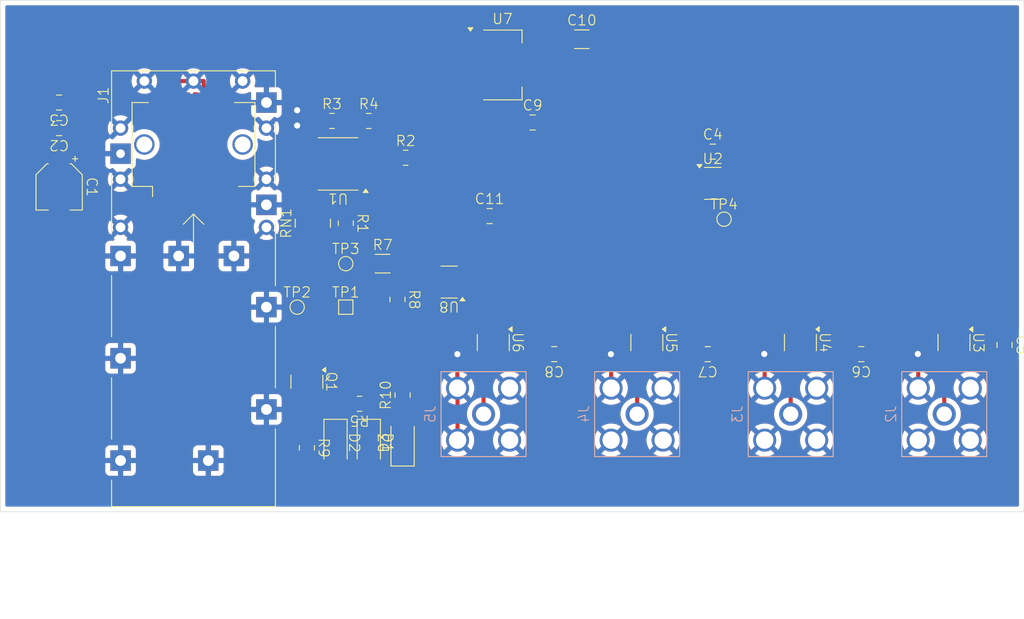
<source format=kicad_pcb>
(kicad_pcb (version 20241229) (generator "pcbnew") (generator_version "9.0")
  (title_block (title "Distribution Amplifier – Project Caroline") (date "2025-04-26") (rev "A") (company "B4CKSP4CE") (comment 1 "CERN-OHL-S") (comment 2 "@heyflo"))
  (layers (0 "F.Cu" signal) (2 "B.Cu" signal) (25 "Edge.Cuts" user))
  (net 0 "")
  (net 1 "GND")
  (net 3 "Net-(J1-RATE_SELECT)")
  (net 4 "/SFP_RD+")
  (net 6 "Net-(J1-MOD_DEF0)")
  (net 7 "Net-(J1-MOD_DEF2)")
  (net 9 "/SFP_RD-")
  (net 11 "Net-(J1-MOD_DEF1)")
  (net 13 "/SFP_LOS")
  (net 14 "Net-(U1-DE)")
  (net 16 "Net-(J2-In)")
  (net 17 "Net-(J3-In)")
  (net 18 "Net-(J4-In)")
  (net 19 "Net-(J5-In)")
  (net 21 "/REF_CLK")
  (net 26 "VIN")
  (net 27 "+3V3")
  (net 28 "Net-(D2-A)")
  (net 29 "Net-(D3-A)")
  (net 30 "Net-(Q1-G)")
  (net 32 "Net-(R10-Pad2)")
  (net 33 "Net-(Q1-D)")
  (net 34 "Net-(D1-K)")
  (net 36 "/LVDS_CLK")
  (footprint "Package_TO_SOT_SMD:SOT-23-5" (layer "F.Cu") (at 148.16 83.46 -90)
    (property "Reference" "U6")
    (property "Value" "74LVC1G34")
  )
  (footprint "Resistor_SMD:R_0805_2012Metric" (layer "F.Cu") (at 136 61.8)
    (property "Reference" "R4")
    (property "Value" "100K")
  )
  (footprint "Package_TO_SOT_SMD:SOT-23-5" (layer "F.Cu") (at 193.16 83.46 -90)
    (property "Reference" "U3")
    (property "Value" "74LVC1G34")
  )
  (footprint "TestPoint:TestPoint_Pad_1.0x1.0mm" (layer "F.Cu") (at 133.75 80)
    (property "Reference" "TP1")
    (property "Value" "SFP_SDA")
  )
  (footprint "Package_TO_SOT_SMD:SOT-23-5" (layer "F.Cu") (at 178.16 83.46 -90)
    (property "Reference" "U4")
    (property "Value" "74LVC1G34")
  )
  (footprint "Package_TO_SOT_SMD:SOT-23-5" (layer "F.Cu") (at 143.85 77.55 180)
    (property "Reference" "U8")
    (property "Value" "74LVC1G34")
  )
  (footprint "Resistor_SMD:R_0805_2012Metric" (layer "F.Cu") (at 135.1 89.45 180)
    (property "Reference" "R5")
    (property "Value" "470R")
  )
  (footprint "Capacitor_SMD:C_0805_2012Metric" (layer "F.Cu") (at 154.109999 84.5975 180)
    (property "Reference" "C8")
    (property "Value" "0.1uF 6.3V")
  )
  (footprint "Package_TO_SOT_SMD:SOT-223-3_TabPin2" (layer "F.Cu") (at 149.06 56.325)
    (property "Reference" "U7")
    (property "Value" "LT1117-3.3")
  )
  (footprint "Capacitor_SMD:C_0805_2012Metric" (layer "F.Cu") (at 105.75 62.5 180)
    (property "Reference" "C2")
    (property "Value" "0.1uF 6.3V")
  )
  (footprint "BKSP:Connector_SFP_Cage_NoKeepout" (layer "F.Cu") (at 118.875 57.9 90)
    (property "Reference" "J1")
    (property "Value" "SFP")
  )
  (footprint "Package_SO:SOIC-8_3.9x4.9mm_P1.27mm" (layer "F.Cu") (at 133 66 180)
    (property "Reference" "U1")
    (property "Value" "SN65MLVD200AD")
  )
  (footprint "Resistor_SMD:R_0805_2012Metric" (layer "F.Cu") (at 129.95 93.75 -90)
    (property "Reference" "R9")
    (property "Value" "470R")
  )
  (footprint "Capacitor_SMD:C_0805_2012Metric" (layer "F.Cu") (at 147.8 71.1)
    (property "Reference" "C11")
    (property "Value" "0.1uF 6.3V")
  )
  (footprint "Resistor_SMD:R_0805_2012Metric" (layer "F.Cu") (at 139.6 65.4)
    (property "Reference" "R2")
    (property "Value" "4K7")
  )
  (footprint "Capacitor_SMD:C_0805_2012Metric" (layer "F.Cu") (at 198.1 83.7 -90)
    (property "Reference" "C5")
    (property "Value" "0.1uF 6.3V")
  )
  (footprint "Resistor_SMD:R_1206_3216Metric" (layer "F.Cu") (at 137.35 75.75)
    (property "Reference" "R7")
    (property "Value" "1K")
  )
  (footprint "Capacitor_SMD:CP_Elec_4x3" (layer "F.Cu") (at 105.75 68.25 -90)
    (property "Reference" "C1")
    (property "Value" "10uF 6.3V")
  )
  (footprint "LED_SMD:LED_1206_3216Metric" (layer "F.Cu") (at 139.3 93.25 90)
    (property "Reference" "D3")
    (property "Value" "Green")
  )
  (footprint "Resistor_SMD:R_0805_2012Metric" (layer "F.Cu") (at 139.3 88.6 90)
    (property "Reference" "R10")
    (property "Value" "470R")
  )
  (footprint "LED_SMD:LED_1206_3216Metric" (layer "F.Cu") (at 132.75 93.25 -90)
    (property "Reference" "D2")
    (property "Value" "Blue")
  )
  (footprint "Capacitor_SMD:C_0805_2012Metric" (layer "F.Cu") (at 169.6 64.8)
    (property "Reference" "C4")
    (property "Value" "0.1uF 6.3V")
  )
  (footprint "TestPoint:TestPoint_Pad_D1.0mm" (layer "F.Cu") (at 129 80)
    (property "Reference" "TP2")
    (property "Value" "SFP_SCL")
  )
  (footprint "Capacitor_SMD:C_0805_2012Metric" (layer "F.Cu") (at 184.11 84.5975 180)
    (property "Reference" "C6")
    (property "Value" "0.1uF 6.3V")
  )
  (footprint "TestPoint:TestPoint_Pad_D1.0mm" (layer "F.Cu") (at 133.75 75.75)
    (property "Reference" "TP3")
    (property "Value" "SFP_LOS")
  )
  (footprint "Resistor_SMD:R_0805_2012Metric" (layer "F.Cu") (at 138.8 79.25 -90)
    (property "Reference" "R8")
    (property "Value" "10K")
  )
  (footprint "Resistor_SMD:R_Array_Concave_4x0603" (layer "F.Cu") (at 130.53 71.8 90)
    (property "Reference" "RN1")
    (property "Value" "CAT16-472J4")
  )
  (footprint "Resistor_SMD:R_0805_2012Metric" (layer "F.Cu") (at 132.4 61.8)
    (property "Reference" "R3")
    (property "Value" "100R")
  )
  (footprint "Capacitor_SMD:C_0805_2012Metric" (layer "F.Cu") (at 105.75 60 180)
    (property "Reference" "C3")
    (property "Value" "0.1uF 6.3V")
  )
  (footprint "Package_TO_SOT_SMD:SOT-23-5" (layer "F.Cu") (at 169.6 67.9)
    (property "Reference" "U2")
    (property "Value" "74LVC1G34")
  )
  (footprint "TestPoint:TestPoint_Pad_D1.0mm" (layer "F.Cu") (at 170.7 71.4)
    (property "Reference" "TP4")
    (property "Value" "REF_CLK")
  )
  (footprint "Package_TO_SOT_SMD:SOT-23" (layer "F.Cu") (at 129.95 87.3 -90)
    (property "Reference" "Q1")
    (property "Value" "AO3401A")
  )
  (footprint "LED_SMD:LED_1206_3216Metric" (layer "F.Cu") (at 136 93.25 -90)
    (property "Reference" "D1")
    (property "Value" "Amber")
  )
  (footprint "Package_TO_SOT_SMD:SOT-23-5" (layer "F.Cu") (at 163.16 83.46 -90)
    (property "Reference" "U5")
    (property "Value" "74LVC1G34")
  )
  (footprint "Capacitor_SMD:C_0805_2012Metric" (layer "F.Cu") (at 169.11 84.5975 180)
    (property "Reference" "C7")
    (property "Value" "0.1uF 6.3V")
  )
  (footprint "Capacitor_SMD:C_1206_3216Metric" (layer "F.Cu") (at 156.81 53.81)
    (property "Reference" "C10")
    (property "Value" "22uF 25V")
  )
  (footprint "Resistor_SMD:R_0805_2012Metric" (layer "F.Cu") (at 133.75 71.8 -90)
    (property "Reference" "R1")
    (property "Value" "4K7")
  )
  (footprint "Capacitor_SMD:C_0805_2012Metric" (layer "F.Cu") (at 152 61.95)
    (property "Reference" "C9")
    (property "Value" "0.22uF 16V")
  )
  (footprint "Connector_Coaxial:SMA_Amphenol_132203-12_Horizontal" (layer "B.Cu") (at 147.21 90.46)
    (property "Reference" "J5")
    (property "Value" "OUT_1")
  )
  (footprint "Connector_Coaxial:SMA_Amphenol_132203-12_Horizontal" (layer "B.Cu") (at 177.21 90.46)
    (property "Reference" "J3")
    (property "Value" "OUT_3")
  )
  (footprint "Connector_Coaxial:SMA_Amphenol_132203-12_Horizontal" (layer "B.Cu") (at 192.21 90.46)
    (property "Reference" "J2")
    (property "Value" "OUT_4")
  )
  (footprint "Connector_Coaxial:SMA_Amphenol_132203-12_Horizontal" (layer "B.Cu") (at 162.21 90.46)
    (property "Reference" "J4")
    (property "Value" "OUT_2")
  )
  (gr_rect (start 100 50) (end 200 100) (stroke (width 0.05)) (fill no) (layer "Edge.Cuts"))
  (segment (start 132.75 91.85) (end 134.15 93.25) (width 0.4) (layer "F.Cu") (net 1))
  (segment (start 189.65 87.9) (end 189.67 87.88) (width 0.4) (layer "F.Cu") (net 1))
  (segment (start 128.25 60) (end 126 60) (width 0.4) (layer "F.Cu") (net 1))
  (segment (start 118.875 57.9) (end 119.875 57.9) (width 0.4) (layer "F.Cu") (net 1))
  (segment (start 121.875 68.2) (end 122.675 68.2) (width 0.4) (layer "F.Cu") (net 1))
  (segment (start 159.67 84.62) (end 159.65 84.6) (width 0.4) (layer "F.Cu") (net 1))
  (segment (start 189.63 84.58) (end 189.63 83.08) (width 0.4) (layer "F.Cu") (net 1))
  (segment (start 117.475 57.9) (end 118.875 57.9) (width 0.4) (layer "F.Cu") (net 1))
  (segment (start 190.4075 82.3025) (end 192.19 82.3025) (width 0.4) (layer "F.Cu") (net 1))
  (segment (start 132.75 90) (end 132.75 91.85) (width 0.4) (layer "F.Cu") (net 1))
  (segment (start 189.67 84.62) (end 189.63 84.58) (width 0.4) (layer "F.Cu") (net 1))
  (segment (start 115.075 60) (end 115.075 58.9) (width 0.4) (layer "F.Cu") (net 1))
  (segment (start 134.1875 89.45) (end 133.3 89.45) (width 0.4) (layer "F.Cu") (net 1))
  (segment (start 144.65 84.6) (end 144.65 83.15) (width 0.4) (layer "F.Cu") (net 1))
  (segment (start 159.65 83.1) (end 160.4275 82.3225) (width 0.4) (layer "F.Cu") (net 1))
  (segment (start 115.075 58.9) (end 114.075 57.9) (width 0.4) (layer "F.Cu") (net 1))
  (segment (start 133.3 89.45) (end 132.75 90) (width 0.4) (layer "F.Cu") (net 1))
  (segment (start 117.475 60) (end 117.475 57.9) (width 0.4) (layer "F.Cu") (net 1))
  (segment (start 174.63 84.58) (end 174.63 83.08) (width 0.4) (layer "F.Cu") (net 1))
  (segment (start 130.525 63.025) (end 130.525 64.095) (width 0.4) (layer "F.Cu") (net 1))
  (segment (start 145.4775 82.3225) (end 147.210001 82.3225) (width 0.4) (layer "F.Cu") (net 1))
  (segment (start 129 62.25) (end 129.75 62.25) (width 0.4) (layer "F.Cu") (net 1))
  (segment (start 144.65 87.9) (end 144.67 87.92) (width 0.4) (layer "F.Cu") (net 1))
  (segment (start 159.65 84.6) (end 159.65 83.1) (width 0.4) (layer "F.Cu") (net 1))
  (segment (start 122.675 68.2) (end 126.78 64.095) (width 0.4) (layer "F.Cu") (net 1))
  (segment (start 159.67 87.92) (end 159.67 84.62) (width 0.4) (layer "F.Cu") (net 1))
  (segment (start 175.4075 82.3025) (end 177.19 82.3025) (width 0.4) (layer "F.Cu") (net 1))
  (segment (start 129 62.25) (end 129 60.75) (width 0.4) (layer "F.Cu") (net 1))
  (segment (start 144.67 93) (end 144.67 87.92) (width 0.4) (layer "F.Cu") (net 1))
  (segment (start 126.78 64.095) (end 130.525 64.095) (width 0.4) (layer "F.Cu") (net 1))
  (segment (start 189.63 83.08) (end 190.4075 82.3025) (width 0.4) (layer "F.Cu") (net 1))
  (segment (start 160.4275 82.3225) (end 162.21 82.3225) (width 0.4) (layer "F.Cu") (net 1))
  (segment (start 134.15 93.25) (end 137.9 93.25) (width 0.4) (layer "F.Cu") (net 1))
  (segment (start 119.875 57.9) (end 119.875 60) (width 0.4) (layer "F.Cu") (net 1))
  (segment (start 174.65 87.9) (end 174.67 87.88) (width 0.4) (layer "F.Cu") (net 1))
  (segment (start 144.65 83.15) (end 145.4775 82.3225) (width 0.4) (layer "F.Cu") (net 1))
  (segment (start 174.63 83.08) (end 175.4075 82.3025) (width 0.4) (layer "F.Cu") (net 1))
  (segment (start 139.3 94.65) (end 143.02 94.65) (width 0.4) (layer "F.Cu") (net 1))
  (segment (start 174.67 87.88) (end 174.67 84.62) (width 0.4) (layer "F.Cu") (net 1))
  (segment (start 143.02 94.65) (end 144.67 93) (width 0.4) (layer "F.Cu") (net 1))
  (segment (start 137.9 93.25) (end 139.3 94.65) (width 0.4) (layer "F.Cu") (net 1))
  (segment (start 144.65 84.6) (end 144.65 87.9) (width 0.4) (layer "F.Cu") (net 1))
  (segment (start 129 60.75) (end 128.25 60) (width 0.4) (layer "F.Cu") (net 1))
  (segment (start 122.275 60) (end 126 60) (width 0.4) (layer "F.Cu") (net 1))
  (segment (start 174.67 84.62) (end 174.63 84.58) (width 0.4) (layer "F.Cu") (net 1))
  (segment (start 189.67 87.88) (end 189.67 84.62) (width 0.4) (layer "F.Cu") (net 1))
  (segment (start 129.75 62.25) (end 130.525 63.025) (width 0.4) (layer "F.Cu") (net 1))
  (via (at 144.65 84.6) (size 1.2) (drill 0.6) (layers "F.Cu" "B.Cu") (net 1))
  (via (at 159.65 84.6) (size 1.2) (drill 0.6) (layers "F.Cu" "B.Cu") (net 1))
  (via (at 129 60.75) (size 1.2) (drill 0.6) (layers "F.Cu" "B.Cu") (net 1))
  (via (at 174.63 84.58) (size 1.2) (drill 0.6) (layers "F.Cu" "B.Cu") (net 1))
  (via (at 129 62.25) (size 1.2) (drill 0.6) (layers "F.Cu" "B.Cu") (net 1))
  (via (at 189.63 84.58) (size 1.2) (drill 0.6) (layers "F.Cu" "B.Cu") (net 1))
  (segment (start 129.33 74.428636) (end 129.33 72.65) (width 0.4) (layer "F.Cu") (net 3))
  (segment (start 126.709636 77.049) (end 129.33 74.428636) (width 0.4) (layer "F.Cu") (net 3))
  (segment (start 120.540365 77.049) (end 126.709636 77.049) (width 0.4) (layer "F.Cu") (net 3))
  (segment (start 120.275 76.783635) (end 120.540365 77.049) (width 0.4) (layer "F.Cu") (net 3))
  (segment (start 120.275 68.2) (end 120.275 76.783635) (width 0.4) (layer "F.Cu") (net 3))
  (segment (start 120.967893 56.290743) (end 122.165743 55.092893) (width 0.4) (layer "F.Cu") (net 4))
  (segment (start 133.3125 61.8) (end 135.0875 61.8) (width 0.4) (layer "F.Cu") (net 4))
  (segment (start 130.525 66.635) (end 132 66.635) (width 0.4) (layer "F.Cu") (net 4))
  (segment (start 120.675 60) (end 120.675 56.99785) (width 0.4) (layer "F.Cu") (net 4))
  (segment (start 133 65.635) (end 133 60.514214) (width 0.4) (layer "F.Cu") (net 4))
  (segment (start 132.707107 59.807107) (end 127.992893 55.092893) (width 0.4) (layer "F.Cu") (net 4))
  (segment (start 122.87285 54.8) (end 127.285786 54.8) (width 0.4) (layer "F.Cu") (net 4))
  (arc (start 122.87285 54.8) (mid 122.490167 54.87612) (end 122.165743 55.092893) (width 0.4) (layer "F.Cu") (net 4))
  (arc (start 127.285786 54.8) (mid 127.668469 54.87612) (end 127.992893 55.092893) (width 0.4) (layer "F.Cu") (net 4))
  (arc (start 133 65.635) (mid 132.707107 66.342107) (end 132 66.635) (width 0.4) (layer "F.Cu") (net 4))
  (arc (start 120.675 56.99785) (mid 120.75112 56.615167) (end 120.967893 56.290743) (width 0.4) (layer "F.Cu") (net 4))
  (arc (start 133 60.514214) (mid 132.92388 60.131531) (end 132.707107 59.807107) (width 0.4) (layer "F.Cu") (net 4))
  (segment (start 119.475 68.2) (end 119.475 76.974999) (width 0.4) (layer "F.Cu") (net 6))
  (segment (start 119.475 76.974999) (end 120.250001 77.75) (width 0.4) (layer "F.Cu") (net 6))
  (segment (start 130.13 74.62) (end 130.13 72.65) (width 0.4) (layer "F.Cu") (net 6))
  (segment (start 120.250001 77.75) (end 127 77.75) (width 0.4) (layer "F.Cu") (net 6))
  (segment (start 127 77.75) (end 130.13 74.62) (width 0.4) (layer "F.Cu") (net 6))
  (segment (start 130.5 82.75) (end 131.73 81.52) (width 0.4) (layer "F.Cu") (net 7))
  (segment (start 131.73 80) (end 133.75 80) (width 0.4) (layer "F.Cu") (net 7))
  (segment (start 117.875 68.2) (end 117.875 69.675) (width 0.4) (layer "F.Cu") (net 7))
  (segment (start 116.241364 82.75) (end 130.5 82.75) (width 0.4) (layer "F.Cu") (net 7))
  (segment (start 114.2 73.35) (end 114.2 80.708636) (width 0.4) (layer "F.Cu") (net 7))
  (segment (start 114.2 80.708636) (end 116.241364 82.75) (width 0.4) (layer "F.Cu") (net 7))
  (segment (start 117.875 69.675) (end 114.2 73.35) (width 0.4) (layer "F.Cu") (net 7))
  (segment (start 131.73 81.52) (end 131.73 72.65) (width 0.4) (layer "F.Cu") (net 7))
  (segment (start 130.5 59.7) (end 131.55 60.75) (width 0.4) (layer "F.Cu") (net 9))
  (segment (start 126.692893 55.892893) (end 126.888305 56.088305) (width 0.4) (layer "F.Cu") (net 9))
  (segment (start 132.051 61.665214) (end 132.051 64.865) (width 0.4) (layer "F.Cu") (net 9))
  (segment (start 129.281522 58.050857) (end 129.066188 58.266188) (width 0.4) (layer "F.Cu") (net 9))
  (segment (start 121.767893 56.482107) (end 122.357107 55.892893) (width 0.4) (layer "F.Cu") (net 9))
  (segment (start 127.581268 56.781268) (end 127.796564 56.565969) (width 0.4) (layer "F.Cu") (net 9))
  (segment (start 127.581268 56.781267) (end 127.581268 56.781268) (width 0.4) (layer "F.Cu") (net 9))
  (segment (start 131.55 60.75) (end 131.758107 60.958107) (width 0.4) (layer "F.Cu") (net 9))
  (segment (start 121.475 60) (end 121.475 57.189214) (width 0.4) (layer "F.Cu") (net 9))
  (segment (start 129.066189 58.266189) (end 128.868199 58.464178) (width 0.4) (layer "F.Cu") (net 9))
  (segment (start 127.189172 57.173364) (end 127.383278 56.979257) (width 0.4) (layer "F.Cu") (net 9))
  (segment (start 123.064214 55.6) (end 125.985786 55.6) (width 0.4) (layer "F.Cu") (net 9))
  (segment (start 128.571215 57.771215) (end 128.786546 57.555881) (width 0.4) (layer "F.Cu") (net 9))
  (segment (start 129.858147 59.058147) (end 130.5 59.7) (width 0.4) (layer "F.Cu") (net 9))
  (segment (start 128.674092 59.054265) (end 128.773086 59.153259) (width 0.4) (layer "F.Cu") (net 9))
  (segment (start 128.868199 58.464178) (end 128.674092 58.658285) (width 0.4) (layer "F.Cu") (net 9))
  (segment (start 128.192546 56.565971) (end 128.29154 56.664965) (width 0.4) (layer "F.Cu") (net 9))
  (segment (start 131.551 65.365) (end 131.225522 65.365) (width 0.4) (layer "F.Cu") (net 9))
  (segment (start 128.179119 58.163312) (end 128.571215 57.771215) (width 0.4) (layer "F.Cu") (net 9))
  (segment (start 127.684145 58.064318) (end 127.783139 58.163312) (width 0.4) (layer "F.Cu") (net 9))
  (segment (start 129.066188 58.266188) (end 129.066189 58.266189) (width 0.4) (layer "F.Cu") (net 9))
  (segment (start 128.076241 57.276241) (end 128.076242 57.276242) (width 0.4) (layer "F.Cu") (net 9))
  (segment (start 128.29154 57.060945) (end 128.076241 57.276241) (width 0.4) (layer "F.Cu") (net 9))
  (segment (start 129.169066 59.153259) (end 129.363172 58.959152) (width 0.4) (layer "F.Cu") (net 9))
  (segment (start 128.076242 57.276242) (end 127.684145 57.668338) (width 0.4) (layer "F.Cu") (net 9))
  (segment (start 126.888305 56.484284) (end 126.694198 56.67839) (width 0.4) (layer "F.Cu") (net 9))
  (segment (start 129.759152 58.959152) (end 129.858147 59.058147) (width 0.4) (layer "F.Cu") (net 9))
  (segment (start 127.383278 56.979257) (end 127.581268 56.781267) (width 0.4) (layer "F.Cu") (net 9))
  (segment (start 126.694198 57.07437) (end 126.793192 57.173364) (width 0.4) (layer "F.Cu") (net 9))
  (segment (start 129.182528 57.555883) (end 129.281522 57.654877) (width 0.4) (layer "F.Cu") (net 9))
  (arc (start 127.796564 56.565969) (mid 127.994556 56.483961) (end 128.192546 56.565971) (width 0.4) (layer "F.Cu") (net 9))
  (arc (start 128.786546 57.555881) (mid 128.984538 57.473873) (end 129.182528 57.555883) (width 0.4) (layer "F.Cu") (net 9))
  (arc (start 128.674092 58.658285) (mid 128.592082 58.856275) (end 128.674092 59.054265) (width 0.4) (layer "F.Cu") (net 9))
  (arc (start 127.783139 58.163312) (mid 127.981129 58.245322) (end 128.179119 58.163312) (width 0.4) (layer "F.Cu") (net 9))
  (arc (start 128.773086 59.153259) (mid 128.971076 59.235269) (end 129.169066 59.153259) (width 0.4) (layer "F.Cu") (net 9))
  (arc (start 128.29154 56.664965) (mid 128.37355 56.862955) (end 128.29154 57.060945) (width 0.4) (layer "F.Cu") (net 9))
  (arc (start 127.684145 57.668338) (mid 127.602135 57.866328) (end 127.684145 58.064318) (width 0.4) (layer "F.Cu") (net 9))
  (arc (start 125.985786 55.6) (mid 126.36847 55.67612) (end 126.692893 55.892893) (width 0.4) (layer "F.Cu") (net 9))
  (arc (start 126.793192 57.173364) (mid 126.991182 57.255374) (end 127.189172 57.173364) (width 0.4) (layer "F.Cu") (net 9))
  (arc (start 131.758107 60.958107) (mid 131.97488 61.282531) (end 132.051 61.665214) (width 0.4) (layer "F.Cu") (net 9))
  (arc (start 129.281522 57.654877) (mid 129.363532 57.852867) (end 129.281522 58.050857) (width 0.4) (layer "F.Cu") (net 9))
  (arc (start 122.357107 55.892893) (mid 122.68153 55.67612) (end 123.064214 55.6) (width 0.4) (layer "F.Cu") (net 9))
  (arc (start 126.694198 56.67839) (mid 126.612188 56.87638) (end 126.694198 57.07437) (width 0.4) (layer "F.Cu") (net 9))
  (arc (start 129.363172 58.959152) (mid 129.561162 58.877142) (end 129.759152 58.959152) (width 0.4) (layer "F.Cu") (net 9))
  (arc (start 126.888305 56.088305) (mid 126.970314 56.286295) (end 126.888305 56.484284) (width 0.4) (layer "F.Cu") (net 9))
  (arc (start 121.475 57.189214) (mid 121.55112 56.80653) (end 121.767893 56.482107) (width 0.4) (layer "F.Cu") (net 9))
  (arc (start 132.051 64.865) (mid 131.904553 65.218553) (end 131.551 65.365) (width 0.4) (layer "F.Cu") (net 9))
  (segment (start 118.675 70.125) (end 114.95 73.85) (width 0.4) (layer "F.Cu") (net 11))
  (segment (start 130.93 81.32) (end 130.93 72.65) (width 0.4) (layer "F.Cu") (net 11))
  (segment (start 118.675 68.2) (end 118.675 70.125) (width 0.4) (layer "F.Cu") (net 11))
  (segment (start 114.95 73.85) (end 114.95 80.467272) (width 0.4) (layer "F.Cu") (net 11))
  (segment (start 130.25 82) (end 130.93 81.32) (width 0.4) (layer "F.Cu") (net 11))
  (segment (start 114.95 80.467272) (end 116.482728 82) (width 0.4) (layer "F.Cu") (net 11))
  (segment (start 116.482728 82) (end 130.25 82) (width 0.4) (layer "F.Cu") (net 11))
  (segment (start 129 80) (end 130.93 80) (width 0.4) (layer "F.Cu") (net 11))
  (segment (start 133.5 75.75) (end 135.8875 75.75) (width 0.4) (layer "F.Cu") (net 13))
  (segment (start 134.149 83.451) (end 135.8875 81.7125) (width 0.4) (layer "F.Cu") (net 13))
  (segment (start 115.951 83.451) (end 134.149 83.451) (width 0.4) (layer "F.Cu") (net 13))
  (segment (start 135.2125 72.7125) (end 133.75 72.7125) (width 0.4) (layer "F.Cu") (net 13))
  (segment (start 135.8875 73.3875) (end 135.2125 72.7125) (width 0.4) (layer "F.Cu") (net 13))
  (segment (start 110 61) (end 109.25 61.75) (width 0.4) (layer "F.Cu") (net 13))
  (segment (start 113.008636 61) (end 110 61) (width 0.4) (layer "F.Cu") (net 13))
  (segment (start 109.25 76.75) (end 115.951 83.451) (width 0.4) (layer "F.Cu") (net 13))
  (segment (start 109.25 61.75) (end 109.25 76.75) (width 0.4) (layer "F.Cu") (net 13))
  (segment (start 135.8875 81.7125) (end 135.8875 73.3875) (width 0.4) (layer "F.Cu") (net 13))
  (segment (start 121.075 68.2) (end 121.075 64.825) (width 0.4) (layer "F.Cu") (net 13))
  (segment (start 121.075 64.825) (end 118.701 62.451) (width 0.4) (layer "F.Cu") (net 13))
  (segment (start 118.701 62.451) (end 114.459636 62.451) (width 0.4) (layer "F.Cu") (net 13))
  (segment (start 114.459636 62.451) (end 113.008636 61) (width 0.4) (layer "F.Cu") (net 13))
  (segment (start 135.475 65.365) (end 138.6525 65.365) (width 0.4) (layer "F.Cu") (net 14))
  (segment (start 138.6525 65.365) (end 138.6875 65.4) (width 0.4) (layer "F.Cu") (net 14))
  (segment (start 135.475 66.635) (end 135.475 65.365) (width 0.4) (layer "F.Cu") (net 14))
  (segment (start 192.21 90.46) (end 192.21 84.597499) (width 0.4) (layer "F.Cu") (net 16))
  (segment (start 177.21 90.46) (end 177.21 84.5975) (width 0.4) (layer "F.Cu") (net 17))
  (segment (start 162.21 90.46) (end 162.21 84.5975) (width 0.4) (layer "F.Cu") (net 18))
  (segment (start 147.21 90.46) (end 147.210001 84.597499) (width 0.4) (layer "F.Cu") (net 19))
  (segment (start 163.804265 78.295738) (end 163.705269 78.394732) (width 0.4) (layer "F.Cu") (net 21))
  (segment (start 173.372165 75.389634) (end 173.471159 75.488628) (width 0.4) (layer "F.Cu") (net 21))
  (segment (start 168.75402 72.95) (end 168.492437 72.688417) (width 0.4) (layer "F.Cu") (net 21))
  (segment (start 168.421639 74.597521) (end 167.96206 74.137942) (width 0.4) (layer "F.Cu") (net 21))
  (segment (start 170.7 71.4) (end 169.15 72.95) (width 0.4) (layer "F.Cu") (net 21))
  (segment (start 174.29363 74.072193) (end 173.83291 74.53291) (width 0.4) (layer "F.Cu") (net 21))
  (segment (start 164.037652 77.143188) (end 164.497231 77.602767) (width 0.4) (layer "F.Cu") (net 21))
  (segment (start 172.842964 73.542964) (end 172.382219 74.003708) (width 0.4) (layer "F.Cu") (net 21))
  (segment (start 166.116556 74.668319) (end 166.017561 74.767313) (width 0.4) (layer "F.Cu") (net 21))
  (segment (start 177.594706 78.294706) (end 178.16 78.86) (width 0.4) (layer "F.Cu") (net 21))
  (segment (start 177.164445 76.547086) (end 177.263439 76.64608) (width 0.4) (layer "F.Cu") (net 21))
  (segment (start 173.337937 74.037937) (end 173.798654 73.577217) (width 0.4) (layer "F.Cu") (net 21))
  (segment (start 176.174528 75.557111) (end 176.273522 75.656105) (width 0.4) (layer "F.Cu") (net 21))
  (segment (start 164.136647 76.648214) (end 164.037652 76.747208) (width 0.4) (layer "F.Cu") (net 21))
  (segment (start 165.126637 75.658303) (end 165.027642 75.757297) (width 0.4) (layer "F.Cu") (net 21))
  (segment (start 164.497231 77.602767) (end 164.497231 77.602769) (width 0.4) (layer "F.Cu") (net 21))
  (segment (start 174.327883 75.027883) (end 174.788639 74.567124) (width 0.4) (layer "F.Cu") (net 21))
  (segment (start 177.495711 78.195711) (end 177.594706 78.294706) (width 0.4) (layer "F.Cu") (net 21))
  (segment (start 166.017561 75.163293) (end 166.477133 75.622865) (width 0.4) (layer "F.Cu") (net 21))
  (segment (start 156.215 71.4) (end 170.7 71.4) (width 0.4) (layer "F.Cu") (net 21))
  (segment (start 164.992206 77.107797) (end 164.992206 77.107794) (width 0.4) (layer "F.Cu") (net 21))
  (segment (start 168.457035 73.642965) (end 168.916615 74.102545) (width 0.4) (layer "F.Cu") (net 21))
  (segment (start 170.7 71.4) (end 185.28 71.4) (width 0.4) (layer "F.Cu") (net 21))
  (segment (start 177.263439 77.04206) (end 176.802748 77.502748) (width 0.4) (layer "F.Cu") (net 21))
  (segment (start 170.7 71.4) (end 170.7 68.8875) (width 0.4) (layer "F.Cu") (net 21))
  (segment (start 175.317829 76.017829) (end 175.778546 75.557109) (width 0.4) (layer "F.Cu") (net 21))
  (segment (start 167.431651 75.587438) (end 166.972108 75.127895) (width 0.4) (layer "F.Cu") (net 21))
  (segment (start 173.040953 73.344974) (end 172.842963 73.542964) (width 0.4) (layer "F.Cu") (net 21))
  (segment (start 173.30372 73.082206) (end 173.040953 73.344974) (width 0.4) (layer "F.Cu") (net 21))
  (segment (start 168.916614 74.498525) (end 168.817619 74.597521) (width 0.4) (layer "F.Cu") (net 21))
  (segment (start 172.877193 74.498682) (end 173.337937 74.037937) (width 0.4) (layer "F.Cu") (net 21))
  (segment (start 165.487181 76.612816) (end 165.487182 76.612818) (width 0.4) (layer "F.Cu") (net 21))
  (segment (start 148.16 82.3225) (end 148.16 79.455) (width 0.4) (layer "F.Cu") (net 21))
  (segment (start 167.467083 74.632914) (end 167.467084 74.632916) (width 0.4) (layer "F.Cu") (net 21))
  (segment (start 163.16 80.715553) (end 163.16 82.3225) (width 0.4) (layer "F.Cu") (net 21))
  (segment (start 167.96206 74.137942) (end 167.962059 74.137941) (width 0.4) (layer "F.Cu") (net 21))
  (segment (start 165.946723 77.468339) (end 165.847726 77.567337) (width 0.4) (layer "F.Cu") (net 21))
  (segment (start 167.962059 74.137941) (end 167.502519 73.678401) (width 0.4) (layer "F.Cu") (net 21))
  (segment (start 174.362137 76.379554) (end 174.461131 76.478548) (width 0.4) (layer "F.Cu") (net 21))
  (segment (start 170.7 71.4) (end 172.15 72.85) (width 0.4) (layer "F.Cu") (net 21))
  (segment (start 173.867139 75.488628) (end 174.327883 75.027883) (width 0.4) (layer "F.Cu") (net 21))
  (segment (start 167.106539 73.678401) (end 167.007544 73.777395) (width 0.4) (layer "F.Cu") (net 21))
  (segment (start 173.204726 72.587232) (end 173.30372 72.686226) (width 0.4) (layer "F.Cu") (net 21))
  (segment (start 170.7 68.8875) (end 170.7375 68.85) (width 0.4) (layer "F.Cu") (net 21))
  (segment (start 163.705269 78.394732) (end 163.16 78.94) (width 0.4) (layer "F.Cu") (net 21))
  (segment (start 164.461845 78.557338) (end 164.200245 78.295738) (width 0.4) (layer "F.Cu") (net 21))
  (segment (start 172.54598 72.850001) (end 172.808746 72.587232) (width 0.4) (layer "F.Cu") (net 21))
  (segment (start 167.997462 73.183392) (end 168.259044 73.444974) (width 0.4) (layer "F.Cu") (net 21))
  (segment (start 164.992206 77.107794) (end 164.532626 76.648214) (width 0.4) (layer "F.Cu") (net 21))
  (segment (start 178.16 79.253015) (end 178.16 82.3225) (width 0.4) (layer "F.Cu") (net 21))
  (segment (start 174.194636 73.577219) (end 174.29363 73.676213) (width 0.4) (layer "F.Cu") (net 21))
  (segment (start 167.467084 74.632916) (end 167.926628 75.09246) (width 0.4) (layer "F.Cu") (net 21))
  (segment (start 165.451746 77.567337) (end 164.992206 77.107797) (width 0.4) (layer "F.Cu") (net 21))
  (segment (start 165.982157 76.117843) (end 165.522617 75.658303) (width 0.4) (layer "F.Cu") (net 21))
  (segment (start 173.83291 74.53291) (end 173.372165 74.993654) (width 0.4) (layer "F.Cu") (net 21))
  (segment (start 165.982157 76.117846) (end 165.982157 76.117843) (width 0.4) (layer "F.Cu") (net 21))
  (segment (start 163.16 78.94) (end 163.16 80.715553) (width 0.4) (layer "F.Cu") (net 21))
  (segment (start 176.604758 77.700737) (end 176.342003 77.963492) (width 0.4) (layer "F.Cu") (net 21))
  (segment (start 175.812802 76.512802) (end 175.352071 76.973532) (width 0.4) (layer "F.Cu") (net 21))
  (segment (start 166.477133 75.622867) (end 166.936725 76.082459) (width 0.4) (layer "F.Cu") (net 21))
  (segment (start 167.926628 75.48844) (end 167.827631 75.587438) (width 0.4) (layer "F.Cu") (net 21))
  (segment (start 175.847045 77.468506) (end 176.307775 77.007775) (width 0.4) (layer "F.Cu") (net 21))
  (segment (start 164.695221 77.800759) (end 164.956822 78.06236) (width 0.4) (layer "F.Cu") (net 21))
  (segment (start 175.352071 77.369512) (end 175.451065 77.468506) (width 0.4) (layer "F.Cu") (net 21))
  (segment (start 174.822856 75.522856) (end 174.362137 75.983574) (width 0.4) (layer "F.Cu") (net 21))
  (segment (start 164.956822 78.45834) (end 164.857825 78.557338) (width 0.4) (layer "F.Cu") (net 21))
  (segment (start 174.822856 75.522857) (end 174.822856 75.522856) (width 0.4) (layer "F.Cu") (net 21))
  (segment (start 167.007544 74.173375) (end 167.467083 74.632914) (width 0.4) (layer "F.Cu") (net 21))
  (segment (start 176.307775 77.007775) (end 176.768463 76.547084) (width 0.4) (layer "F.Cu") (net 21))
  (segment (start 166.972108 75.127892) (end 166.512535 74.668319) (width 0.4) (layer "F.Cu") (net 21))
  (segment (start 176.836977 78.458466) (end 177.099731 78.195711) (width 0.4) (layer "F.Cu") (net 21))
  (segment (start 176.342003 78.359472) (end 176.440997 78.458466) (width 0.4) (layer "F.Cu") (net 21))
  (segment (start 193.16 79.28) (end 193.16 82.3225) (width 0.4) (layer "F.Cu") (net 21))
  (segment (start 174.857111 76.478548) (end 175.317829 76.017829) (width 0.4) (layer "F.Cu") (net 21))
  (segment (start 168.259044 73.444974) (end 168.457035 73.642965) (width 0.4) (layer "F.Cu") (net 21))
  (segment (start 168.096458 72.688417) (end 167.997462 72.787412) (width 0.4) (layer "F.Cu") (net 21))
  (segment (start 166.477133 75.622865) (end 166.477133 75.622867) (width 0.4) (layer "F.Cu") (net 21))
  (segment (start 178.16 78.86) (end 178.16 79.253015) (width 0.4) (layer "F.Cu") (net 21))
  (segment (start 166.441748 76.577437) (end 165.982157 76.117846) (width 0.4) (layer "F.Cu") (net 21))
  (segment (start 165.487182 76.612818) (end 165.946723 77.072359) (width 0.4) (layer "F.Cu") (net 21))
  (segment (start 172.842963 73.542964) (end 172.842964 73.542964) (width 0.4) (layer "F.Cu") (net 21))
  (segment (start 165.027642 76.153277) (end 165.487181 76.612816) (width 0.4) (layer "F.Cu") (net 21))
  (segment (start 175.184619 74.567125) (end 175.283613 74.666119) (width 0.4) (layer "F.Cu") (net 21))
  (segment (start 176.802748 77.502748) (end 176.604758 77.700737) (width 0.4) (layer "F.Cu") (net 21))
  (segment (start 172.382219 74.399688) (end 172.481213 74.498682) (width 0.4) (layer "F.Cu") (net 21))
  (segment (start 176.273522 76.052085) (end 175.812802 76.512802) (width 0.4) (layer "F.Cu") (net 21))
  (segment (start 166.972108 75.127895) (end 166.972108 75.127892) (width 0.4) (layer "F.Cu") (net 21))
  (segment (start 175.283613 75.062099) (end 174.822856 75.522857) (width 0.4) (layer "F.Cu") (net 21))
  (segment (start 164.497231 77.602769) (end 164.695221 77.800759) (width 0.4) (layer "F.Cu") (net 21))
  (segment (start 166.936725 76.478439) (end 166.837728 76.577437) (width 0.4) (layer "F.Cu") (net 21))
  (arc (start 175.778546 75.557109) (mid 175.976538 75.475101) (end 176.174528 75.557111) (width 0.4) (layer "F.Cu") (net 21))
  (arc (start 168.492437 72.688417) (mid 168.294448 72.606407) (end 168.096458 72.688417) (width 0.4) (layer "F.Cu") (net 21))
  (arc (start 167.827631 75.587438) (mid 167.629641 75.669448) (end 167.431651 75.587438) (width 0.4) (layer "F.Cu") (net 21))
  (arc (start 169.15 72.95) (mid 168.95201 73.03201) (end 168.75402 72.95) (width 0.4) (layer "F.Cu") (net 21))
  (arc (start 174.29363 73.676213) (mid 174.37564 73.874203) (end 174.29363 74.072193) (width 0.4) (layer "F.Cu") (net 21))
  (arc (start 175.283613 74.666119) (mid 175.365623 74.864109) (end 175.283613 75.062099) (width 0.4) (layer "F.Cu") (net 21))
  (arc (start 172.481213 74.498682) (mid 172.679203 74.580692) (end 172.877193 74.498682) (width 0.4) (layer "F.Cu") (net 21))
  (arc (start 174.461131 76.478548) (mid 174.659121 76.560558) (end 174.857111 76.478548) (width 0.4) (layer "F.Cu") (net 21))
  (arc (start 176.273522 75.656105) (mid 176.355532 75.854095) (end 176.273522 76.052085) (width 0.4) (layer "F.Cu") (net 21))
  (arc (start 164.037652 76.747208) (mid 163.955642 76.945198) (end 164.037652 77.143188) (width 0.4) (layer "F.Cu") (net 21))
  (arc (start 173.798654 73.577217) (mid 173.996646 73.495209) (end 174.194636 73.577219) (width 0.4) (layer "F.Cu") (net 21))
  (arc (start 174.788639 74.567124) (mid 174.986629 74.485115) (end 175.184619 74.567125) (width 0.4) (layer "F.Cu") (net 21))
  (arc (start 164.956822 78.06236) (mid 165.038832 78.26035) (end 164.956822 78.45834) (width 0.4) (layer "F.Cu") (net 21))
  (arc (start 166.512535 74.668319) (mid 166.314546 74.586309) (end 166.116556 74.668319) (width 0.4) (layer "F.Cu") (net 21))
  (arc (start 176.342003 77.963492) (mid 176.259993 78.161482) (end 176.342003 78.359472) (width 0.4) (layer "F.Cu") (net 21))
  (arc (start 167.926628 75.09246) (mid 168.008638 75.29045) (end 167.926628 75.48844) (width 0.4) (layer "F.Cu") (net 21))
  (arc (start 173.471159 75.488628) (mid 173.669149 75.570638) (end 173.867139 75.488628) (width 0.4) (layer "F.Cu") (net 21))
  (arc (start 165.522617 75.658303) (mid 165.324627 75.576293) (end 165.126637 75.658303) (width 0.4) (layer "F.Cu") (net 21))
  (arc (start 166.837728 76.577437) (mid 166.639738 76.659447) (end 166.441748 76.577437) (width 0.4) (layer "F.Cu") (net 21))
  (arc (start 167.007544 73.777395) (mid 166.925534 73.975385) (end 167.007544 74.173375) (width 0.4) (layer "F.Cu") (net 21))
  (arc (start 168.817619 74.597521) (mid 168.619629 74.679531) (end 168.421639 74.597521) (width 0.4) (layer "F.Cu") (net 21))
  (arc (start 167.502519 73.678401) (mid 167.304529 73.596391) (end 167.106539 73.678401) (width 0.4) (layer "F.Cu") (net 21))
  (arc (start 165.027642 75.757297) (mid 164.945632 75.955287) (end 165.027642 76.153277) (width 0.4) (layer "F.Cu") (net 21))
  (arc (start 165.847726 77.567337) (mid 165.649736 77.649347) (end 165.451746 77.567337) (width 0.4) (layer "F.Cu") (net 21))
  (arc (start 175.451065 77.468506) (mid 175.649055 77.550516) (end 175.847045 77.468506) (width 0.4) (layer "F.Cu") (net 21))
  (arc (start 164.200245 78.295738) (mid 164.002255 78.213728) (end 163.804265 78.295738) (width 0.4) (layer "F.Cu") (net 21))
  (arc (start 166.936725 76.082459) (mid 167.018735 76.280449) (end 166.936725 76.478439) (width 0.4) (layer "F.Cu") (net 21))
  (arc (start 173.30372 72.686226) (mid 173.38573 72.884216) (end 173.30372 73.082206) (width 0.4) (layer "F.Cu") (net 21))
  (arc (start 164.532626 76.648214) (mid 164.334637 76.566204) (end 164.136647 76.648214) (width 0.4) (layer "F.Cu") (net 21))
  (arc (start 177.099731 78.195711) (mid 177.297721 78.113701) (end 177.495711 78.195711) (width 0.4) (layer "F.Cu") (net 21))
  (arc (start 177.263439 76.64608) (mid 177.345449 76.84407) (end 177.263439 77.04206) (width 0.4) (layer "F.Cu") (net 21))
  (arc (start 174.362137 75.983574) (mid 174.280127 76.181564) (end 174.362137 76.379554) (width 0.4) (layer "F.Cu") (net 21))
  (arc (start 148.16 79.455) (mid 150.519255 73.759255) (end 156.215 71.4) (width 0.4) (layer "F.Cu") (net 21))
  (arc (start 176.440997 78.458466) (mid 176.638987 78.540476) (end 176.836977 78.458466) (width 0.4) (layer "F.Cu") (net 21))
  (arc (start 173.372165 74.993654) (mid 173.290155 75.191644) (end 173.372165 75.389634) (width 0.4) (layer "F.Cu") (net 21))
  (arc (start 172.382219 74.003708) (mid 172.300209 74.201698) (end 172.382219 74.399688) (width 0.4) (layer "F.Cu") (net 21))
  (arc (start 164.857825 78.557338) (mid 164.659835 78.639348) (end 164.461845 78.557338) (width 0.4) (layer "F.Cu") (net 21))
  (arc (start 185.28 71.4) (mid 190.852001 73.707999) (end 193.16 79.28) (width 0.4) (layer "F.Cu") (net 21))
  (arc (start 166.017561 74.767313) (mid 165.935551 74.965303) (end 166.017561 75.163293) (width 0.4) (layer "F.Cu") (net 21))
  (arc (start 168.916615 74.102545) (mid 168.998624 74.300535) (end 168.916614 74.498525) (width 0.4) (layer "F.Cu") (net 21))
  (arc (start 175.352071 76.973532) (mid 175.270061 77.171522) (end 175.352071 77.369512) (width 0.4) (layer "F.Cu") (net 21))
  (arc (start 172.808746 72.587232) (mid 173.006736 72.505222) (end 173.204726 72.587232) (width 0.4) (layer "F.Cu") (net 21))
  (arc (start 176.768463 76.547084) (mid 176.966455 76.465076) (end 177.164445 76.547086) (width 0.4) (layer "F.Cu") (net 21))
  (arc (start 172.15 72.85) (mid 172.347991 72.93201) (end 172.54598 72.850001) (width 0.4) (layer "F.Cu") (net 21))
  (arc (start 165.946723 77.072359) (mid 166.028733 77.270349) (end 165.946723 77.468339) (width 0.4) (layer "F.Cu") (net 21))
  (arc (start 167.997462 72.787412) (mid 167.915452 72.985402) (end 167.997462 73.183392) (width 0.4) (layer "F.Cu") (net 21))
  (segment (start 164.11 84.5975) (end 168.16 84.5975) (width 0.4) (layer "F.Cu") (net 27))
  (segment (start 130.13 70.95) (end 130.13 69.62) (width 0.4) (layer "F.Cu") (net 27))
  (segment (start 136.1375 70.8875) (end 137.35 72.1) (width 0.4) (layer "F.Cu") (net 27))
  (segment (start 108.5 65.65) (end 106.75 63.9) (width 0.4) (layer "F.Cu") (net 27))
  (segment (start 129 84.152) (end 115.660636 84.152) (width 0.4) (layer "F.Cu") (net 27))
  (segment (start 183.25 97.5) (end 195.95 97.5) (width 0.4) (layer "F.Cu") (net 27))
  (segment (start 115.660636 86.560636) (end 115.660636 84.152) (width 0.4) (layer "F.Cu") (net 27))
  (segment (start 153.159999 97.5) (end 168 97.5) (width 0.4) (layer "F.Cu") (net 27))
  (segment (start 108.5 76.991364) (end 108.5 76.5) (width 0.4) (layer "F.Cu") (net 27))
  (segment (start 149.109999 84.5975) (end 153.159999 84.5975) (width 0.4) (layer "F.Cu") (net 27))
  (segment (start 129.33 70.95) (end 129.33 70.42) (width 0.4) (layer "F.Cu") (net 27))
  (segment (start 119.075 60) (end 119.075 61.452) (width 0.4) (layer "F.Cu") (net 27))
  (segment (start 106.75 63.9) (end 106.75 62.55) (width 0.4) (layer "F.Cu") (net 27))
  (segment (start 130.93 70.95) (end 130.93 69.63) (width 0.4) (layer "F.Cu") (net 27))
  (segment (start 137.35 81.85) (end 135.048 84.152) (width 0.4) (layer "F.Cu") (net 27))
  (segment (start 137.35 80.15) (end 137.35 81.85) (width 0.4) (layer "F.Cu") (net 27))
  (segment (start 115.660636 84.152) (end 108.5 76.991364) (width 0.4) (layer "F.Cu") (net 27))
  (segment (start 114.75 61.75) (end 113 60) (width 0.4) (layer "F.Cu") (net 27))
  (segment (start 136 97.45) (end 136.05 97.5) (width 0.4) (layer "F.Cu") (net 27))
  (segment (start 108.5 66.45) (end 108.5 65.65) (width 0.4) (layer "F.Cu") (net 27))
  (segment (start 183.16 84.5975) (end 183.16 97.41) (width 0.4) (layer "F.Cu") (net 27))
  (segment (start 113 60) (end 106.7 60) (width 0.4) (layer "F.Cu") (net 27))
  (segment (start 198.1 95.35) (end 198.1 84.65) (width 0.4) (layer "F.Cu") (net 27))
  (segment (start 195.95 97.5) (end 198.1 95.35) (width 0.4) (layer "F.Cu") (net 27))
  (segment (start 133.75 70.8875) (end 136.1375 70.8875) (width 0.4) (layer "F.Cu") (net 27))
  (segment (start 131.73 70.43) (end 130.525 69.225) (width 0.4) (layer "F.Cu") (net 27))
  (segment (start 153.159999 84.5975) (end 153.159999 97.5) (width 0.4) (layer "F.Cu") (net 27))
  (segment (start 119.075 61.452) (end 118.777 61.75) (width 0.4) (layer "F.Cu") (net 27))
  (segment (start 129 86.3625) (end 129 84.152) (width 0.4) (layer "F.Cu") (net 27))
  (segment (start 130.93 69.63) (end 130.525 69.225) (width 0.4) (layer "F.Cu") (net 27))
  (segment (start 194.11 84.5975) (end 198.0475 84.5975) (width 0.4) (layer "F.Cu") (net 27))
  (segment (start 168 97.5) (end 183.25 97.5) (width 0.4) (layer "F.Cu") (net 27))
  (segment (start 108.5 66.45) (end 105.75 66.45) (width 0.4) (layer "F.Cu") (net 27))
  (segment (start 136.05 97.5) (end 126.6 97.5) (width 0.4) (layer "F.Cu") (net 27))
  (segment (start 168.16 97.34) (end 168 97.5) (width 0.4) (layer "F.Cu") (net 27))
  (segment (start 179.11 84.5975) (end 183.16 84.5975) (width 0.4) (layer "F.Cu") (net 27))
  (segment (start 130.525 69.225) (end 130.525 67.905) (width 0.4) (layer "F.Cu") (net 27))
  (segment (start 138.8 80.1625) (end 137.3625 80.1625) (width 0.4) (layer "F.Cu") (net 27))
  (segment (start 137.35 72.1) (end 137.35 80.15) (width 0.4) (layer "F.Cu") (net 27))
  (segment (start 137.3625 80.1625) (end 137.35 80.15) (width 0.4) (layer "F.Cu") (net 27))
  (segment (start 108.5 76.5) (end 108.5 66.45) (width 0.4) (layer "F.Cu") (net 27))
  (segment (start 118.777 61.75) (end 114.75 61.75) (width 0.4) (layer "F.Cu") (net 27))
  (segment (start 136 94.65) (end 136 97.45) (width 0.4) (layer "F.Cu") (net 27))
  (segment (start 135.048 84.152) (end 129 84.152) (width 0.4) (layer "F.Cu") (net 27))
  (segment (start 131.73 70.95) (end 133.6875 70.95) (width 0.4) (layer "F.Cu") (net 27))
  (segment (start 129.33 70.42) (end 130.525 69.225) (width 0.4) (layer "F.Cu") (net 27))
  (segment (start 183.16 97.41) (end 183.25 97.5) (width 0.4) (layer "F.Cu") (net 27))
  (segment (start 168.16 84.5975) (end 168.16 97.34) (width 0.4) (layer "F.Cu") (net 27))
  (segment (start 126.6 97.5) (end 115.660636 86.560636) (width 0.4) (layer "F.Cu") (net 27))
  (segment (start 131.73 70.95) (end 131.73 70.43) (width 0.4) (layer "F.Cu") (net 27))
  (segment (start 153.159999 97.5) (end 136.05 97.5) (width 0.4) (layer "F.Cu") (net 27))
  (segment (start 198.0475 84.5975) (end 198.1 84.65) (width 0.4) (layer "F.Cu") (net 27))
  (segment (start 130.13 69.62) (end 130.525 69.225) (width 0.4) (layer "F.Cu") (net 27))
  (segment (start 106.7 60) (end 106.7 62.5) (width 0.4) (layer "F.Cu") (net 27))
  (segment (start 129.95 94.6625) (end 132.7375 94.6625) (width 0.4) (layer "F.Cu") (net 28))
  (segment (start 132.7375 94.6625) (end 132.75 94.65) (width 0.4) (layer "F.Cu") (net 28))
  (segment (start 139.3 89.5125) (end 139.3 91.85) (width 0.4) (layer "F.Cu") (net 29))
  (segment (start 139.95 75.75) (end 138.8125 75.75) (width 0.4) (layer "F.Cu") (net 30))
  (segment (start 135.5375 86.3625) (end 140.55 81.35) (width 0.4) (layer "F.Cu") (net 30))
  (segment (start 130.9 86.3625) (end 135.5375 86.3625) (width 0.4) (layer "F.Cu") (net 30))
  (segment (start 138.8125 78.325) (end 138.8 78.3375) (width 0.4) (layer "F.Cu") (net 30))
  (segment (start 138.8125 75.75) (end 138.8125 78.325) (width 0.4) (layer "F.Cu") (net 30))
  (segment (start 140.55 76.35) (end 139.95 75.75) (width 0.4) (layer "F.Cu") (net 30))
  (segment (start 140.55 81.35) (end 140.55 76.35) (width 0.4) (layer "F.Cu") (net 30))
  (segment (start 129.95 88.2375) (end 129.95 92.8375) (width 0.4) (layer "F.Cu") (net 33))
  (segment (start 136 89.1625) (end 136.0125 89.15) (width 0.4) (layer "F.Cu") (net 34))
  (segment (start 136 91.85) (end 136 89.4625) (width 0.4) (layer "F.Cu") (net 34))
  (segment (start 136 89.4625) (end 136.0125 89.45) (width 0.4) (layer "F.Cu") (net 34))
  (segment (start 168.4625 67.9) (end 135.48 67.9) (width 0.4) (layer "F.Cu") (net 36))
  (segment (start 135.48 67.9) (end 135.475 67.905) (width 0.4) (layer "F.Cu") (net 36))
  (zone (net 1) (net_name "GND") (layers "F.Cu" "B.Cu") (connect_pads (clearance 0.5)) (min_thickness 0.25) (fill yes (thermal_gap 0.5) (thermal_bridge_width 0.5) (island_removal_mode 2) (island_area_min 4))
    (polygon (pts (xy 100 100) (xy 100 50) (xy 200 50) (xy 200 100)))
  )
)
</source>
